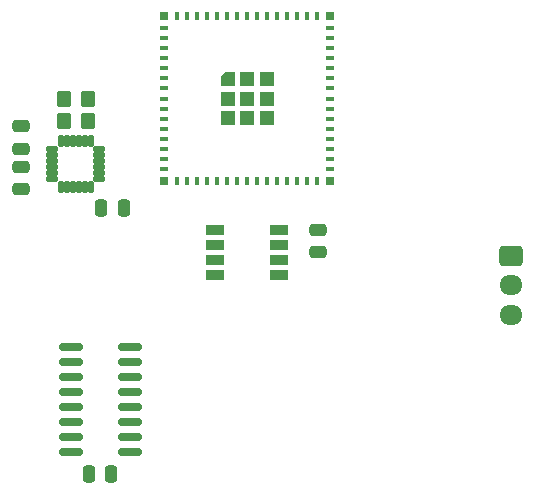
<source format=gbr>
%TF.GenerationSoftware,KiCad,Pcbnew,8.99.0-3406-g49ffbf5b50*%
%TF.CreationDate,2025-01-20T10:30:06+05:30*%
%TF.ProjectId,knob,6b6e6f62-2e6b-4696-9361-645f70636258,rev?*%
%TF.SameCoordinates,Original*%
%TF.FileFunction,Soldermask,Top*%
%TF.FilePolarity,Negative*%
%FSLAX46Y46*%
G04 Gerber Fmt 4.6, Leading zero omitted, Abs format (unit mm)*
G04 Created by KiCad (PCBNEW 8.99.0-3406-g49ffbf5b50) date 2025-01-20 10:30:06*
%MOMM*%
%LPD*%
G01*
G04 APERTURE LIST*
G04 Aperture macros list*
%AMRoundRect*
0 Rectangle with rounded corners*
0 $1 Rounding radius*
0 $2 $3 $4 $5 $6 $7 $8 $9 X,Y pos of 4 corners*
0 Add a 4 corners polygon primitive as box body*
4,1,4,$2,$3,$4,$5,$6,$7,$8,$9,$2,$3,0*
0 Add four circle primitives for the rounded corners*
1,1,$1+$1,$2,$3*
1,1,$1+$1,$4,$5*
1,1,$1+$1,$6,$7*
1,1,$1+$1,$8,$9*
0 Add four rect primitives between the rounded corners*
20,1,$1+$1,$2,$3,$4,$5,0*
20,1,$1+$1,$4,$5,$6,$7,0*
20,1,$1+$1,$6,$7,$8,$9,0*
20,1,$1+$1,$8,$9,$2,$3,0*%
%AMOutline5P*
0 Free polygon, 5 corners , with rotation*
0 The origin of the aperture is its center*
0 number of corners: always 5*
0 $1 to $10 corner X, Y*
0 $11 Rotation angle, in degrees counterclockwise*
0 create outline with 5 corners*
4,1,5,$1,$2,$3,$4,$5,$6,$7,$8,$9,$10,$1,$2,$11*%
%AMOutline6P*
0 Free polygon, 6 corners , with rotation*
0 The origin of the aperture is its center*
0 number of corners: always 6*
0 $1 to $12 corner X, Y*
0 $13 Rotation angle, in degrees counterclockwise*
0 create outline with 6 corners*
4,1,6,$1,$2,$3,$4,$5,$6,$7,$8,$9,$10,$11,$12,$1,$2,$13*%
%AMOutline7P*
0 Free polygon, 7 corners , with rotation*
0 The origin of the aperture is its center*
0 number of corners: always 7*
0 $1 to $14 corner X, Y*
0 $15 Rotation angle, in degrees counterclockwise*
0 create outline with 7 corners*
4,1,7,$1,$2,$3,$4,$5,$6,$7,$8,$9,$10,$11,$12,$13,$14,$1,$2,$15*%
%AMOutline8P*
0 Free polygon, 8 corners , with rotation*
0 The origin of the aperture is its center*
0 number of corners: always 8*
0 $1 to $16 corner X, Y*
0 $17 Rotation angle, in degrees counterclockwise*
0 create outline with 8 corners*
4,1,8,$1,$2,$3,$4,$5,$6,$7,$8,$9,$10,$11,$12,$13,$14,$15,$16,$1,$2,$17*%
G04 Aperture macros list end*
%ADD10RoundRect,0.250000X0.350000X0.450000X-0.350000X0.450000X-0.350000X-0.450000X0.350000X-0.450000X0*%
%ADD11RoundRect,0.102000X0.700000X-0.300000X0.700000X0.300000X-0.700000X0.300000X-0.700000X-0.300000X0*%
%ADD12RoundRect,0.250000X-0.475000X0.250000X-0.475000X-0.250000X0.475000X-0.250000X0.475000X0.250000X0*%
%ADD13RoundRect,0.250000X0.475000X-0.250000X0.475000X0.250000X-0.475000X0.250000X-0.475000X-0.250000X0*%
%ADD14R,0.800000X0.400000*%
%ADD15R,0.400000X0.800000*%
%ADD16Outline5P,-0.600000X0.204000X-0.204000X0.600000X0.600000X0.600000X0.600000X-0.600000X-0.600000X-0.600000X0.000000*%
%ADD17R,1.200000X1.200000*%
%ADD18R,0.800000X0.800000*%
%ADD19RoundRect,0.250000X-0.250000X-0.475000X0.250000X-0.475000X0.250000X0.475000X-0.250000X0.475000X0*%
%ADD20RoundRect,0.250000X0.250000X0.475000X-0.250000X0.475000X-0.250000X-0.475000X0.250000X-0.475000X0*%
%ADD21RoundRect,0.102000X-0.140000X0.395000X-0.140000X-0.395000X0.140000X-0.395000X0.140000X0.395000X0*%
%ADD22RoundRect,0.102000X-0.395000X0.140000X-0.395000X-0.140000X0.395000X-0.140000X0.395000X0.140000X0*%
%ADD23RoundRect,0.150000X0.825000X0.150000X-0.825000X0.150000X-0.825000X-0.150000X0.825000X-0.150000X0*%
%ADD24RoundRect,0.250000X-0.725000X0.600000X-0.725000X-0.600000X0.725000X-0.600000X0.725000X0.600000X0*%
%ADD25O,1.950000X1.700000*%
G04 APERTURE END LIST*
D10*
%TO.C,R11*%
X86500000Y-88910000D03*
X84500000Y-88910000D03*
%TD*%
D11*
%TO.C,U2*%
X102700000Y-101905000D03*
X102700000Y-100635000D03*
X102700000Y-99365000D03*
X102700000Y-98095000D03*
X97300000Y-98095000D03*
X97300000Y-99365000D03*
X97300000Y-100635000D03*
X97300000Y-101905000D03*
%TD*%
D12*
%TO.C,C1*%
X106000000Y-98095000D03*
X106000000Y-99995000D03*
%TD*%
D13*
%TO.C,C9*%
X80890000Y-94650000D03*
X80890000Y-92750000D03*
%TD*%
D14*
%TO.C,U1*%
X93000000Y-81030000D03*
X93000000Y-81880000D03*
X93000000Y-82730000D03*
X93000000Y-83580000D03*
X93000000Y-84430000D03*
X93000000Y-85280000D03*
X93000000Y-86130000D03*
X93000000Y-86980000D03*
X93000000Y-87830000D03*
X93000000Y-88680000D03*
X93000000Y-89530000D03*
X93000000Y-90380000D03*
X93000000Y-91230000D03*
X93000000Y-92080000D03*
X93000000Y-92930000D03*
D15*
X94050000Y-93980000D03*
X94900000Y-93980000D03*
X95750000Y-93980000D03*
X96600000Y-93980000D03*
X97450000Y-93980000D03*
X98300000Y-93980000D03*
X99150000Y-93980000D03*
X100000000Y-93980000D03*
X100850000Y-93980000D03*
X101700000Y-93980000D03*
X102550000Y-93980000D03*
X103400000Y-93980000D03*
X104250000Y-93980000D03*
X105100000Y-93980000D03*
X105950000Y-93980000D03*
D14*
X107000000Y-92930000D03*
X107000000Y-92080000D03*
X107000000Y-91230000D03*
X107000000Y-90380000D03*
X107000000Y-89530000D03*
X107000000Y-88680000D03*
X107000000Y-87830000D03*
X107000000Y-86980000D03*
X107000000Y-86130000D03*
X107000000Y-85280000D03*
X107000000Y-84430000D03*
X107000000Y-83580000D03*
X107000000Y-82730000D03*
X107000000Y-81880000D03*
X107000000Y-81030000D03*
D15*
X105950000Y-79980000D03*
X105100000Y-79980000D03*
X104250000Y-79980000D03*
X103400000Y-79980000D03*
X102550000Y-79980000D03*
X101700000Y-79980000D03*
X100850000Y-79980000D03*
X100000000Y-79980000D03*
X99150000Y-79980000D03*
X98300000Y-79980000D03*
X97450000Y-79980000D03*
X96600000Y-79980000D03*
X95750000Y-79980000D03*
X94900000Y-79980000D03*
X94050000Y-79980000D03*
D16*
X98350000Y-85330000D03*
D17*
X98350000Y-86980000D03*
X98350000Y-88630000D03*
X100000000Y-85330000D03*
X100000000Y-86980000D03*
X100000000Y-88630000D03*
X101650000Y-85330000D03*
X101650000Y-86980000D03*
X101650000Y-88630000D03*
D18*
X93000000Y-79980000D03*
X93000000Y-93980000D03*
X107000000Y-93980000D03*
X107000000Y-79980000D03*
%TD*%
D19*
%TO.C,C8*%
X87650000Y-96210000D03*
X89550000Y-96210000D03*
%TD*%
D20*
%TO.C,C5*%
X88500000Y-118740000D03*
X86600000Y-118740000D03*
%TD*%
D10*
%TO.C,R12*%
X86510000Y-87010000D03*
X84510000Y-87010000D03*
%TD*%
D21*
%TO.C,U5*%
X86750000Y-90570000D03*
X86250000Y-90570000D03*
X85750000Y-90570000D03*
X85250000Y-90570000D03*
X84750000Y-90570000D03*
X84250000Y-90570000D03*
D22*
X83530000Y-91290000D03*
X83530000Y-91790000D03*
X83530000Y-92290000D03*
X83530000Y-92790000D03*
X83530000Y-93290000D03*
X83530000Y-93790000D03*
D21*
X84250000Y-94510000D03*
X84750000Y-94510000D03*
X85250000Y-94510000D03*
X85750000Y-94510000D03*
X86250000Y-94510000D03*
X86750000Y-94510000D03*
D22*
X87470000Y-93790000D03*
X87470000Y-93290000D03*
X87470000Y-92790000D03*
X87470000Y-92290000D03*
X87470000Y-91790000D03*
X87470000Y-91290000D03*
%TD*%
D23*
%TO.C,U4*%
X90085000Y-116885000D03*
X90085000Y-115615000D03*
X90085000Y-114345000D03*
X90085000Y-113075000D03*
X90085000Y-111805000D03*
X90085000Y-110535000D03*
X90085000Y-109265000D03*
X90085000Y-107995000D03*
X85135000Y-107995000D03*
X85135000Y-109265000D03*
X85135000Y-110535000D03*
X85135000Y-111805000D03*
X85135000Y-113075000D03*
X85135000Y-114345000D03*
X85135000Y-115615000D03*
X85135000Y-116885000D03*
%TD*%
D13*
%TO.C,C10*%
X80890000Y-91220000D03*
X80890000Y-89320000D03*
%TD*%
D24*
%TO.C,J3*%
X122352500Y-100280000D03*
D25*
X122352500Y-102780000D03*
X122352500Y-105280000D03*
%TD*%
M02*

</source>
